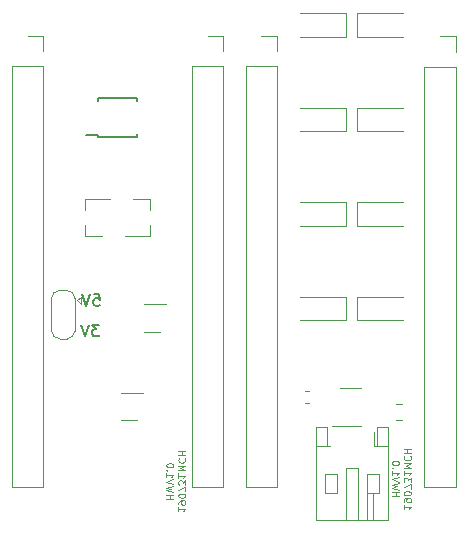
<source format=gbr>
G04 #@! TF.GenerationSoftware,KiCad,Pcbnew,(5.0.1-3-g963ef8bb5)*
G04 #@! TF.CreationDate,2019-07-31T15:24:12+02:00*
G04 #@! TF.ProjectId,StudIOT,53747564494F542E6B696361645F7063,rev?*
G04 #@! TF.SameCoordinates,Original*
G04 #@! TF.FileFunction,Legend,Bot*
G04 #@! TF.FilePolarity,Positive*
%FSLAX46Y46*%
G04 Gerber Fmt 4.6, Leading zero omitted, Abs format (unit mm)*
G04 Created by KiCad (PCBNEW (5.0.1-3-g963ef8bb5)) date 2019 July 31, Wednesday 15:24:12*
%MOMM*%
%LPD*%
G01*
G04 APERTURE LIST*
%ADD10C,0.200000*%
%ADD11C,0.110000*%
%ADD12C,0.150000*%
%ADD13C,0.120000*%
G04 APERTURE END LIST*
D10*
X98461904Y-105352380D02*
X97842857Y-105352380D01*
X98176190Y-105733333D01*
X98033333Y-105733333D01*
X97938095Y-105780952D01*
X97890476Y-105828571D01*
X97842857Y-105923809D01*
X97842857Y-106161904D01*
X97890476Y-106257142D01*
X97938095Y-106304761D01*
X98033333Y-106352380D01*
X98319047Y-106352380D01*
X98414285Y-106304761D01*
X98461904Y-106257142D01*
X97557142Y-105352380D02*
X97223809Y-106352380D01*
X96890476Y-105352380D01*
X97990476Y-102752380D02*
X98466666Y-102752380D01*
X98514285Y-103228571D01*
X98466666Y-103180952D01*
X98371428Y-103133333D01*
X98133333Y-103133333D01*
X98038095Y-103180952D01*
X97990476Y-103228571D01*
X97942857Y-103323809D01*
X97942857Y-103561904D01*
X97990476Y-103657142D01*
X98038095Y-103704761D01*
X98133333Y-103752380D01*
X98371428Y-103752380D01*
X98466666Y-103704761D01*
X98514285Y-103657142D01*
X97657142Y-102752380D02*
X97323809Y-103752380D01*
X96990476Y-102752380D01*
D11*
X105133571Y-120814285D02*
X105133571Y-121157142D01*
X105133571Y-120985714D02*
X105733571Y-120985714D01*
X105647857Y-121042857D01*
X105590714Y-121100000D01*
X105562142Y-121157142D01*
X105133571Y-120528571D02*
X105133571Y-120414285D01*
X105162142Y-120357142D01*
X105190714Y-120328571D01*
X105276428Y-120271428D01*
X105390714Y-120242857D01*
X105619285Y-120242857D01*
X105676428Y-120271428D01*
X105705000Y-120300000D01*
X105733571Y-120357142D01*
X105733571Y-120471428D01*
X105705000Y-120528571D01*
X105676428Y-120557142D01*
X105619285Y-120585714D01*
X105476428Y-120585714D01*
X105419285Y-120557142D01*
X105390714Y-120528571D01*
X105362142Y-120471428D01*
X105362142Y-120357142D01*
X105390714Y-120300000D01*
X105419285Y-120271428D01*
X105476428Y-120242857D01*
X105733571Y-119871428D02*
X105733571Y-119814285D01*
X105705000Y-119757142D01*
X105676428Y-119728571D01*
X105619285Y-119700000D01*
X105505000Y-119671428D01*
X105362142Y-119671428D01*
X105247857Y-119700000D01*
X105190714Y-119728571D01*
X105162142Y-119757142D01*
X105133571Y-119814285D01*
X105133571Y-119871428D01*
X105162142Y-119928571D01*
X105190714Y-119957142D01*
X105247857Y-119985714D01*
X105362142Y-120014285D01*
X105505000Y-120014285D01*
X105619285Y-119985714D01*
X105676428Y-119957142D01*
X105705000Y-119928571D01*
X105733571Y-119871428D01*
X105733571Y-119471428D02*
X105733571Y-119071428D01*
X105133571Y-119328571D01*
X105733571Y-118900000D02*
X105733571Y-118528571D01*
X105505000Y-118728571D01*
X105505000Y-118642857D01*
X105476428Y-118585714D01*
X105447857Y-118557142D01*
X105390714Y-118528571D01*
X105247857Y-118528571D01*
X105190714Y-118557142D01*
X105162142Y-118585714D01*
X105133571Y-118642857D01*
X105133571Y-118814285D01*
X105162142Y-118871428D01*
X105190714Y-118900000D01*
X105133571Y-117957142D02*
X105133571Y-118300000D01*
X105133571Y-118128571D02*
X105733571Y-118128571D01*
X105647857Y-118185714D01*
X105590714Y-118242857D01*
X105562142Y-118300000D01*
X105133571Y-117700000D02*
X105733571Y-117700000D01*
X105305000Y-117500000D01*
X105733571Y-117300000D01*
X105133571Y-117300000D01*
X105190714Y-116671428D02*
X105162142Y-116700000D01*
X105133571Y-116785714D01*
X105133571Y-116842857D01*
X105162142Y-116928571D01*
X105219285Y-116985714D01*
X105276428Y-117014285D01*
X105390714Y-117042857D01*
X105476428Y-117042857D01*
X105590714Y-117014285D01*
X105647857Y-116985714D01*
X105705000Y-116928571D01*
X105733571Y-116842857D01*
X105733571Y-116785714D01*
X105705000Y-116700000D01*
X105676428Y-116671428D01*
X105133571Y-116414285D02*
X105733571Y-116414285D01*
X105447857Y-116414285D02*
X105447857Y-116071428D01*
X105133571Y-116071428D02*
X105733571Y-116071428D01*
X104123571Y-120085714D02*
X104723571Y-120085714D01*
X104437857Y-120085714D02*
X104437857Y-119742857D01*
X104123571Y-119742857D02*
X104723571Y-119742857D01*
X104723571Y-119514285D02*
X104123571Y-119371428D01*
X104552142Y-119257142D01*
X104123571Y-119142857D01*
X104723571Y-119000000D01*
X104723571Y-118857142D02*
X104123571Y-118657142D01*
X104723571Y-118457142D01*
X104123571Y-117942857D02*
X104123571Y-118285714D01*
X104123571Y-118114285D02*
X104723571Y-118114285D01*
X104637857Y-118171428D01*
X104580714Y-118228571D01*
X104552142Y-118285714D01*
X104180714Y-117685714D02*
X104152142Y-117657142D01*
X104123571Y-117685714D01*
X104152142Y-117714285D01*
X104180714Y-117685714D01*
X104123571Y-117685714D01*
X104723571Y-117285714D02*
X104723571Y-117228571D01*
X104695000Y-117171428D01*
X104666428Y-117142857D01*
X104609285Y-117114285D01*
X104495000Y-117085714D01*
X104352142Y-117085714D01*
X104237857Y-117114285D01*
X104180714Y-117142857D01*
X104152142Y-117171428D01*
X104123571Y-117228571D01*
X104123571Y-117285714D01*
X104152142Y-117342857D01*
X104180714Y-117371428D01*
X104237857Y-117400000D01*
X104352142Y-117428571D01*
X104495000Y-117428571D01*
X104609285Y-117400000D01*
X104666428Y-117371428D01*
X104695000Y-117342857D01*
X104723571Y-117285714D01*
X124233571Y-120614285D02*
X124233571Y-120957142D01*
X124233571Y-120785714D02*
X124833571Y-120785714D01*
X124747857Y-120842857D01*
X124690714Y-120900000D01*
X124662142Y-120957142D01*
X124233571Y-120328571D02*
X124233571Y-120214285D01*
X124262142Y-120157142D01*
X124290714Y-120128571D01*
X124376428Y-120071428D01*
X124490714Y-120042857D01*
X124719285Y-120042857D01*
X124776428Y-120071428D01*
X124805000Y-120100000D01*
X124833571Y-120157142D01*
X124833571Y-120271428D01*
X124805000Y-120328571D01*
X124776428Y-120357142D01*
X124719285Y-120385714D01*
X124576428Y-120385714D01*
X124519285Y-120357142D01*
X124490714Y-120328571D01*
X124462142Y-120271428D01*
X124462142Y-120157142D01*
X124490714Y-120100000D01*
X124519285Y-120071428D01*
X124576428Y-120042857D01*
X124833571Y-119671428D02*
X124833571Y-119614285D01*
X124805000Y-119557142D01*
X124776428Y-119528571D01*
X124719285Y-119500000D01*
X124605000Y-119471428D01*
X124462142Y-119471428D01*
X124347857Y-119500000D01*
X124290714Y-119528571D01*
X124262142Y-119557142D01*
X124233571Y-119614285D01*
X124233571Y-119671428D01*
X124262142Y-119728571D01*
X124290714Y-119757142D01*
X124347857Y-119785714D01*
X124462142Y-119814285D01*
X124605000Y-119814285D01*
X124719285Y-119785714D01*
X124776428Y-119757142D01*
X124805000Y-119728571D01*
X124833571Y-119671428D01*
X124833571Y-119271428D02*
X124833571Y-118871428D01*
X124233571Y-119128571D01*
X124833571Y-118700000D02*
X124833571Y-118328571D01*
X124605000Y-118528571D01*
X124605000Y-118442857D01*
X124576428Y-118385714D01*
X124547857Y-118357142D01*
X124490714Y-118328571D01*
X124347857Y-118328571D01*
X124290714Y-118357142D01*
X124262142Y-118385714D01*
X124233571Y-118442857D01*
X124233571Y-118614285D01*
X124262142Y-118671428D01*
X124290714Y-118700000D01*
X124233571Y-117757142D02*
X124233571Y-118100000D01*
X124233571Y-117928571D02*
X124833571Y-117928571D01*
X124747857Y-117985714D01*
X124690714Y-118042857D01*
X124662142Y-118100000D01*
X124233571Y-117500000D02*
X124833571Y-117500000D01*
X124405000Y-117300000D01*
X124833571Y-117100000D01*
X124233571Y-117100000D01*
X124290714Y-116471428D02*
X124262142Y-116500000D01*
X124233571Y-116585714D01*
X124233571Y-116642857D01*
X124262142Y-116728571D01*
X124319285Y-116785714D01*
X124376428Y-116814285D01*
X124490714Y-116842857D01*
X124576428Y-116842857D01*
X124690714Y-116814285D01*
X124747857Y-116785714D01*
X124805000Y-116728571D01*
X124833571Y-116642857D01*
X124833571Y-116585714D01*
X124805000Y-116500000D01*
X124776428Y-116471428D01*
X124233571Y-116214285D02*
X124833571Y-116214285D01*
X124547857Y-116214285D02*
X124547857Y-115871428D01*
X124233571Y-115871428D02*
X124833571Y-115871428D01*
X123223571Y-119885714D02*
X123823571Y-119885714D01*
X123537857Y-119885714D02*
X123537857Y-119542857D01*
X123223571Y-119542857D02*
X123823571Y-119542857D01*
X123823571Y-119314285D02*
X123223571Y-119171428D01*
X123652142Y-119057142D01*
X123223571Y-118942857D01*
X123823571Y-118800000D01*
X123823571Y-118657142D02*
X123223571Y-118457142D01*
X123823571Y-118257142D01*
X123223571Y-117742857D02*
X123223571Y-118085714D01*
X123223571Y-117914285D02*
X123823571Y-117914285D01*
X123737857Y-117971428D01*
X123680714Y-118028571D01*
X123652142Y-118085714D01*
X123280714Y-117485714D02*
X123252142Y-117457142D01*
X123223571Y-117485714D01*
X123252142Y-117514285D01*
X123280714Y-117485714D01*
X123223571Y-117485714D01*
X123823571Y-117085714D02*
X123823571Y-117028571D01*
X123795000Y-116971428D01*
X123766428Y-116942857D01*
X123709285Y-116914285D01*
X123595000Y-116885714D01*
X123452142Y-116885714D01*
X123337857Y-116914285D01*
X123280714Y-116942857D01*
X123252142Y-116971428D01*
X123223571Y-117028571D01*
X123223571Y-117085714D01*
X123252142Y-117142857D01*
X123280714Y-117171428D01*
X123337857Y-117200000D01*
X123452142Y-117228571D01*
X123595000Y-117228571D01*
X123709285Y-117200000D01*
X123766428Y-117171428D01*
X123795000Y-117142857D01*
X123823571Y-117085714D01*
D12*
G04 #@! TO.C,U20*
X98375000Y-89425000D02*
X98375000Y-89300000D01*
X101625000Y-89425000D02*
X101625000Y-89200000D01*
X101625000Y-86175000D02*
X101625000Y-86400000D01*
X98375000Y-86175000D02*
X98375000Y-86400000D01*
X98375000Y-89425000D02*
X101625000Y-89425000D01*
X98375000Y-86175000D02*
X101625000Y-86175000D01*
X98375000Y-89300000D02*
X97300000Y-89300000D01*
D13*
G04 #@! TO.C,Q30*
X97240000Y-97880000D02*
X97240000Y-96950000D01*
X97240000Y-94720000D02*
X97240000Y-95650000D01*
X97240000Y-94720000D02*
X99400000Y-94720000D01*
X97240000Y-97880000D02*
X98700000Y-97880000D01*
G04 #@! TO.C,Q40*
X102760000Y-94720000D02*
X101300000Y-94720000D01*
X102760000Y-97880000D02*
X100600000Y-97880000D01*
X102760000Y-97880000D02*
X102760000Y-96950000D01*
X102760000Y-94720000D02*
X102760000Y-95650000D01*
G04 #@! TO.C,Q50*
X100250000Y-111140000D02*
X102150000Y-111140000D01*
X101650000Y-113460000D02*
X100250000Y-113460000D01*
G04 #@! TO.C,Q60*
X102200000Y-103640000D02*
X104100000Y-103640000D01*
X103600000Y-105960000D02*
X102200000Y-105960000D01*
G04 #@! TO.C,JP60*
X96600000Y-103300000D02*
X96900000Y-103600000D01*
X96900000Y-103000000D02*
X96900000Y-103600000D01*
X96600000Y-103300000D02*
X96900000Y-103000000D01*
X95700000Y-102450000D02*
X95100000Y-102450000D01*
X96400000Y-105900000D02*
X96400000Y-103100000D01*
X95100000Y-106550000D02*
X95700000Y-106550000D01*
X94400000Y-103100000D02*
X94400000Y-105900000D01*
X94400000Y-105850000D02*
G75*
G03X95100000Y-106550000I700000J0D01*
G01*
X95700000Y-106550000D02*
G75*
G03X96400000Y-105850000I0J700000D01*
G01*
X96400000Y-103150000D02*
G75*
G03X95700000Y-102450000I-700000J0D01*
G01*
X95100000Y-102450000D02*
G75*
G03X94400000Y-103150000I0J-700000D01*
G01*
G04 #@! TO.C,C10*
X116212779Y-110990000D02*
X115887221Y-110990000D01*
X116212779Y-112010000D02*
X115887221Y-112010000D01*
G04 #@! TO.C,D70*
X120250000Y-81000000D02*
X124150000Y-81000000D01*
X120250000Y-79000000D02*
X124150000Y-79000000D01*
X120250000Y-81000000D02*
X120250000Y-79000000D01*
G04 #@! TO.C,D71*
X119350000Y-79000000D02*
X119350000Y-81000000D01*
X119350000Y-81000000D02*
X115450000Y-81000000D01*
X119350000Y-79000000D02*
X115450000Y-79000000D01*
G04 #@! TO.C,D80*
X120250000Y-89000000D02*
X124150000Y-89000000D01*
X120250000Y-87000000D02*
X124150000Y-87000000D01*
X120250000Y-89000000D02*
X120250000Y-87000000D01*
G04 #@! TO.C,D81*
X119350000Y-87000000D02*
X119350000Y-89000000D01*
X119350000Y-89000000D02*
X115450000Y-89000000D01*
X119350000Y-87000000D02*
X115450000Y-87000000D01*
G04 #@! TO.C,D90*
X120250000Y-97000000D02*
X124150000Y-97000000D01*
X120250000Y-95000000D02*
X124150000Y-95000000D01*
X120250000Y-97000000D02*
X120250000Y-95000000D01*
G04 #@! TO.C,D91*
X119350000Y-95000000D02*
X119350000Y-97000000D01*
X119350000Y-97000000D02*
X115450000Y-97000000D01*
X119350000Y-95000000D02*
X115450000Y-95000000D01*
G04 #@! TO.C,D100*
X120250000Y-105000000D02*
X124150000Y-105000000D01*
X120250000Y-103000000D02*
X124150000Y-103000000D01*
X120250000Y-105000000D02*
X120250000Y-103000000D01*
G04 #@! TO.C,D101*
X119350000Y-103000000D02*
X119350000Y-105000000D01*
X119350000Y-105000000D02*
X115450000Y-105000000D01*
X119350000Y-103000000D02*
X115450000Y-103000000D01*
G04 #@! TO.C,J1*
X108950000Y-80890000D02*
X107620000Y-80890000D01*
X108950000Y-82220000D02*
X108950000Y-80890000D01*
X108950000Y-83490000D02*
X106290000Y-83490000D01*
X106290000Y-83490000D02*
X106290000Y-119110000D01*
X108950000Y-83490000D02*
X108950000Y-119110000D01*
X108950000Y-119110000D02*
X106290000Y-119110000D01*
G04 #@! TO.C,J2*
X93710000Y-119110000D02*
X91050000Y-119110000D01*
X93710000Y-83490000D02*
X93710000Y-119110000D01*
X91050000Y-83490000D02*
X91050000Y-119110000D01*
X93710000Y-83490000D02*
X91050000Y-83490000D01*
X93710000Y-82220000D02*
X93710000Y-80890000D01*
X93710000Y-80890000D02*
X92380000Y-80890000D01*
G04 #@! TO.C,J10*
X121710000Y-115640000D02*
X121990000Y-115640000D01*
X121990000Y-115640000D02*
X121990000Y-114040000D01*
X121990000Y-114040000D02*
X122910000Y-114040000D01*
X122910000Y-114040000D02*
X122910000Y-121860000D01*
X122910000Y-121860000D02*
X116790000Y-121860000D01*
X116790000Y-121860000D02*
X116790000Y-114040000D01*
X116790000Y-114040000D02*
X117710000Y-114040000D01*
X117710000Y-114040000D02*
X117710000Y-115640000D01*
X117710000Y-115640000D02*
X117990000Y-115640000D01*
X120350000Y-121860000D02*
X120350000Y-117500000D01*
X120350000Y-117500000D02*
X119350000Y-117500000D01*
X119350000Y-117500000D02*
X119350000Y-121860000D01*
X122910000Y-115640000D02*
X121990000Y-115640000D01*
X116790000Y-115640000D02*
X117710000Y-115640000D01*
X122150000Y-118000000D02*
X122150000Y-119600000D01*
X122150000Y-119600000D02*
X121150000Y-119600000D01*
X121150000Y-119600000D02*
X121150000Y-118000000D01*
X121150000Y-118000000D02*
X122150000Y-118000000D01*
X117550000Y-118000000D02*
X117550000Y-119600000D01*
X117550000Y-119600000D02*
X118550000Y-119600000D01*
X118550000Y-119600000D02*
X118550000Y-118000000D01*
X118550000Y-118000000D02*
X117550000Y-118000000D01*
X121150000Y-119600000D02*
X121150000Y-121860000D01*
X121650000Y-119600000D02*
X121650000Y-121860000D01*
X121710000Y-115640000D02*
X121710000Y-114425000D01*
G04 #@! TO.C,J11*
X128630000Y-80920000D02*
X127300000Y-80920000D01*
X128630000Y-82250000D02*
X128630000Y-80920000D01*
X128630000Y-83520000D02*
X125970000Y-83520000D01*
X125970000Y-83520000D02*
X125970000Y-119140000D01*
X128630000Y-83520000D02*
X128630000Y-119140000D01*
X128630000Y-119140000D02*
X125970000Y-119140000D01*
G04 #@! TO.C,J12*
X113510000Y-119110000D02*
X110850000Y-119110000D01*
X113510000Y-83490000D02*
X113510000Y-119110000D01*
X110850000Y-83490000D02*
X110850000Y-119110000D01*
X113510000Y-83490000D02*
X110850000Y-83490000D01*
X113510000Y-82220000D02*
X113510000Y-80890000D01*
X113510000Y-80890000D02*
X112180000Y-80890000D01*
G04 #@! TO.C,R11*
X123603922Y-113460000D02*
X124121078Y-113460000D01*
X123603922Y-112040000D02*
X124121078Y-112040000D01*
G04 #@! TO.C,U10*
X118800000Y-110690000D02*
X120600000Y-110690000D01*
X120600000Y-113910000D02*
X118150000Y-113910000D01*
G04 #@! TD*
M02*

</source>
